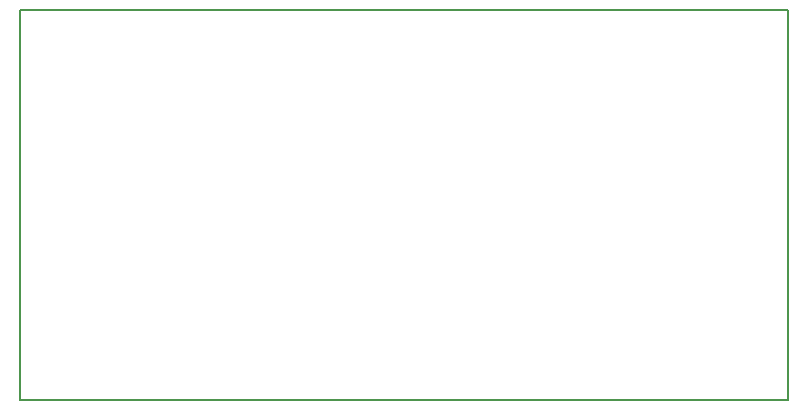
<source format=gm1>
G04 #@! TF.GenerationSoftware,KiCad,Pcbnew,(5.0.0)*
G04 #@! TF.CreationDate,2018-09-25T23:14:14-03:00*
G04 #@! TF.ProjectId,FranzMakeyDIY,4672616E7A4D616B65794449592E6B69,rev?*
G04 #@! TF.SameCoordinates,Original*
G04 #@! TF.FileFunction,Profile,NP*
%FSLAX46Y46*%
G04 Gerber Fmt 4.6, Leading zero omitted, Abs format (unit mm)*
G04 Created by KiCad (PCBNEW (5.0.0)) date 09/25/18 23:14:14*
%MOMM*%
%LPD*%
G01*
G04 APERTURE LIST*
%ADD10C,0.150000*%
G04 APERTURE END LIST*
D10*
X122967350Y-121018600D02*
X188000000Y-121018600D01*
X188000000Y-121018600D02*
X188000000Y-88000000D01*
X188000000Y-88000000D02*
X122967350Y-88000000D01*
X122967350Y-88000000D02*
X122967350Y-121018600D01*
M02*

</source>
